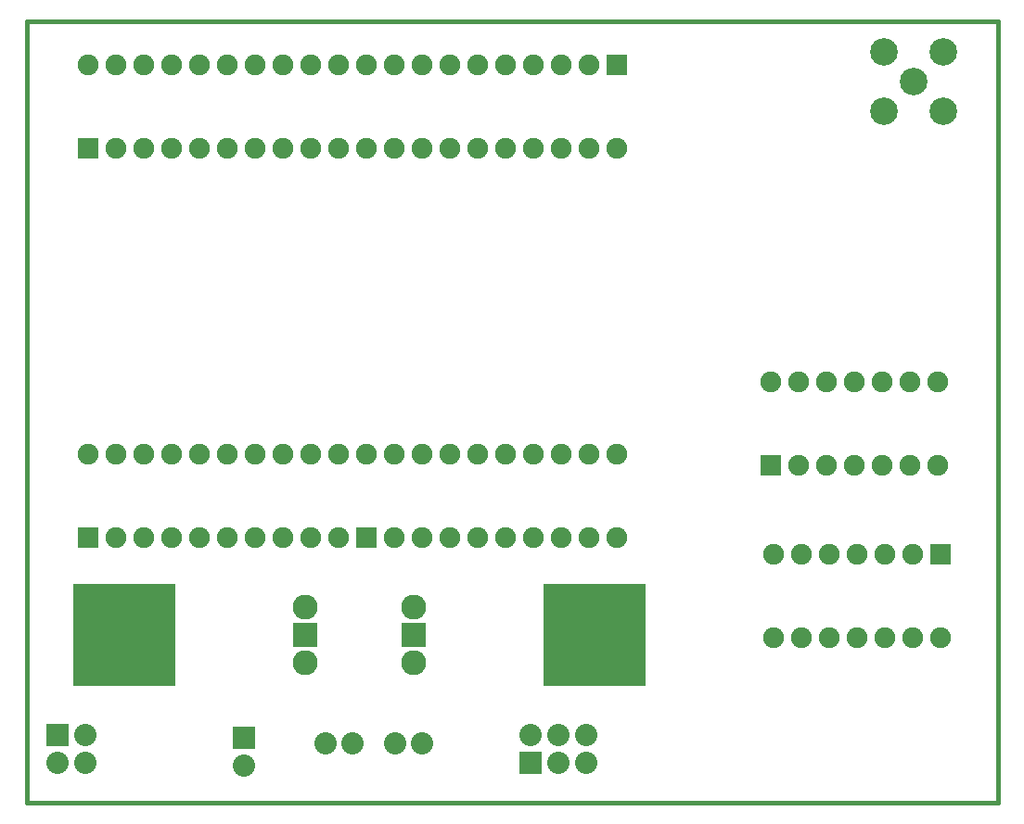
<source format=gbs>
G04 (created by PCBNEW-RS274X (2010-05-05 BZR 2356)-stable) date 12/25/2011 2:18:58 PM*
G01*
G70*
G90*
%MOIN*%
G04 Gerber Fmt 3.4, Leading zero omitted, Abs format*
%FSLAX34Y34*%
G04 APERTURE LIST*
%ADD10C,0.006000*%
%ADD11C,0.015000*%
%ADD12C,0.080000*%
%ADD13R,0.075000X0.075000*%
%ADD14C,0.075000*%
%ADD15R,0.370000X0.370000*%
%ADD16C,0.090000*%
%ADD17R,0.090000X0.090000*%
%ADD18R,0.080000X0.080000*%
%ADD19C,0.098700*%
G04 APERTURE END LIST*
G54D10*
G54D11*
X23570Y-70490D02*
X23580Y-70490D01*
X23570Y-71130D02*
X23570Y-70490D01*
X58480Y-71130D02*
X23570Y-71130D01*
X58480Y-43050D02*
X58480Y-71130D01*
X23570Y-43050D02*
X58480Y-43050D01*
X23570Y-70590D02*
X23570Y-43050D01*
G54D12*
X37792Y-69000D03*
X36808Y-69000D03*
X34308Y-69000D03*
X35292Y-69000D03*
G54D13*
X56430Y-62210D03*
G54D14*
X55430Y-62210D03*
X54430Y-62210D03*
X53430Y-62210D03*
X52430Y-62210D03*
X51430Y-62210D03*
X50430Y-62210D03*
X50430Y-65210D03*
X51430Y-65210D03*
X52430Y-65210D03*
X53430Y-65210D03*
X54430Y-65210D03*
X55430Y-65210D03*
X56430Y-65210D03*
G54D13*
X50330Y-59010D03*
G54D14*
X51330Y-59010D03*
X52330Y-59010D03*
X53330Y-59010D03*
X54330Y-59010D03*
X55330Y-59010D03*
X56330Y-59010D03*
X56330Y-56010D03*
X55330Y-56010D03*
X54330Y-56010D03*
X53330Y-56010D03*
X52330Y-56010D03*
X51330Y-56010D03*
X50330Y-56010D03*
G54D13*
X25800Y-47600D03*
G54D14*
X26800Y-47600D03*
X27800Y-47600D03*
X28800Y-47600D03*
X29800Y-47600D03*
X30800Y-47600D03*
X31800Y-47600D03*
X32800Y-47600D03*
X33800Y-47600D03*
X34800Y-47600D03*
X34800Y-44600D03*
X33800Y-44600D03*
X32800Y-44600D03*
X31800Y-44600D03*
X30800Y-44600D03*
X29800Y-44600D03*
X28800Y-44600D03*
X27800Y-44600D03*
X26800Y-44600D03*
X25800Y-44600D03*
G54D13*
X35800Y-61600D03*
G54D14*
X36800Y-61600D03*
X37800Y-61600D03*
X38800Y-61600D03*
X39800Y-61600D03*
X40800Y-61600D03*
X41800Y-61600D03*
X42800Y-61600D03*
X43800Y-61600D03*
X44800Y-61600D03*
X44800Y-58600D03*
X43800Y-58600D03*
X42800Y-58600D03*
X41800Y-58600D03*
X40800Y-58600D03*
X39800Y-58600D03*
X38800Y-58600D03*
X37800Y-58600D03*
X36800Y-58600D03*
X35800Y-58600D03*
G54D13*
X44800Y-44600D03*
G54D14*
X43800Y-44600D03*
X42800Y-44600D03*
X41800Y-44600D03*
X40800Y-44600D03*
X39800Y-44600D03*
X38800Y-44600D03*
X37800Y-44600D03*
X36800Y-44600D03*
X35800Y-44600D03*
X35800Y-47600D03*
X36800Y-47600D03*
X37800Y-47600D03*
X38800Y-47600D03*
X39800Y-47600D03*
X40800Y-47600D03*
X41800Y-47600D03*
X42800Y-47600D03*
X43800Y-47600D03*
X44800Y-47600D03*
G54D13*
X25800Y-61600D03*
G54D14*
X26800Y-61600D03*
X27800Y-61600D03*
X28800Y-61600D03*
X29800Y-61600D03*
X30800Y-61600D03*
X31800Y-61600D03*
X32800Y-61600D03*
X33800Y-61600D03*
X34800Y-61600D03*
X34800Y-58600D03*
X33800Y-58600D03*
X32800Y-58600D03*
X31800Y-58600D03*
X30800Y-58600D03*
X29800Y-58600D03*
X28800Y-58600D03*
X27800Y-58600D03*
X26800Y-58600D03*
X25800Y-58600D03*
G54D15*
X27100Y-65100D03*
G54D16*
X33600Y-66100D03*
G54D17*
X33600Y-65100D03*
G54D16*
X33600Y-64100D03*
G54D15*
X44000Y-65100D03*
G54D16*
X37500Y-64100D03*
G54D17*
X37500Y-65100D03*
G54D16*
X37500Y-66100D03*
G54D18*
X31400Y-68800D03*
G54D12*
X31400Y-69800D03*
G54D18*
X24700Y-68700D03*
G54D12*
X25700Y-68700D03*
X24700Y-69700D03*
X25700Y-69700D03*
G54D18*
X41700Y-69700D03*
G54D12*
X41700Y-68700D03*
X42700Y-69700D03*
X42700Y-68700D03*
X43700Y-69700D03*
X43700Y-68700D03*
G54D19*
X55440Y-45210D03*
X56503Y-46273D03*
X56503Y-44147D03*
X54377Y-44147D03*
X54377Y-46273D03*
M02*

</source>
